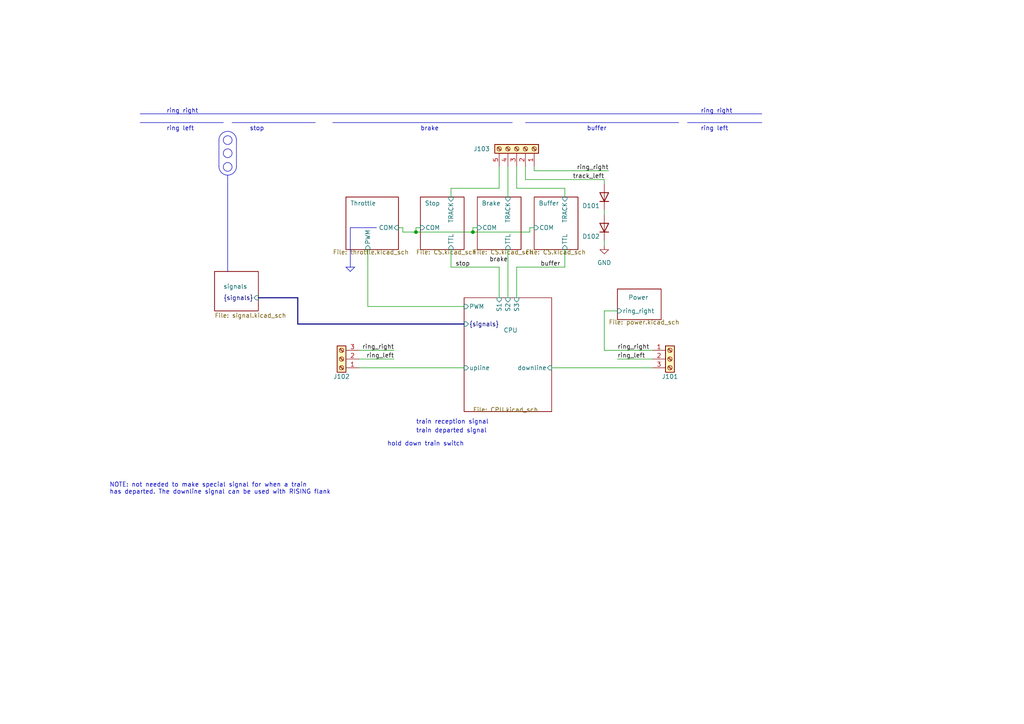
<source format=kicad_sch>
(kicad_sch (version 20230121) (generator eeschema)
  (paper "A4")
  (lib_symbols
    (symbol "Connector:Screw_Terminal_01x03" (pin_names (offset 1.016) hide)
      (property "Reference" "J" (at 0 5.08 0))
      (property "Value" "Screw_Terminal_01x03" (at 0 -5.08 0))
      (symbol "Screw_Terminal_01x03_1_1"
        (rectangle (start -1.27 3.81) (end 1.27 -3.81) (stroke (width 0.254)) (fill (type background)))
        (circle (center 0 -2.54) (radius 0.635) (stroke (width 0.1524)))
        (polyline (pts (xy -0.5334 -2.2098) (xy 0.3302 -3.048)) (stroke (width 0.1524)))
        (polyline (pts (xy -0.5334 0.3302) (xy 0.3302 -0.508)) (stroke (width 0.1524)))
        (polyline (pts (xy -0.5334 2.8702) (xy 0.3302 2.032)) (stroke (width 0.1524)))
        (polyline (pts (xy -0.3556 -2.032) (xy 0.508 -2.8702)) (stroke (width 0.1524)))
        (polyline (pts (xy -0.3556 0.508) (xy 0.508 -0.3302)) (stroke (width 0.1524)))
        (polyline (pts (xy -0.3556 3.048) (xy 0.508 2.2098)) (stroke (width 0.1524)))
        (circle (center 0 0) (radius 0.635) (stroke (width 0.1524)))
        (circle (center 0 2.54) (radius 0.635) (stroke (width 0.1524)))
        (pin passive line (at -5.08 2.54 0) (length 3.81) (name "Pin_1") (number "1"))
        (pin passive line (at -5.08 0 0) (length 3.81) (name "Pin_2") (number "2"))
        (pin passive line (at -5.08 -2.54 0) (length 3.81) (name "Pin_3") (number "3"))
      )
    )
    (symbol "Connector:Screw_Terminal_01x05" (pin_names (offset 1.016) hide)
      (property "Reference" "J" (at 0 7.62 0))
      (property "Value" "Screw_Terminal_01x05" (at 0 -7.62 0))
      (symbol "Screw_Terminal_01x05_1_1"
        (rectangle (start -1.27 6.35) (end 1.27 -6.35) (stroke (width 0.254)) (fill (type background)))
        (circle (center 0 -5.08) (radius 0.635) (stroke (width 0.1524)))
        (circle (center 0 -2.54) (radius 0.635) (stroke (width 0.1524)))
        (polyline (pts (xy -0.5334 -4.7498) (xy 0.3302 -5.588)) (stroke (width 0.1524)))
        (polyline (pts (xy -0.5334 -2.2098) (xy 0.3302 -3.048)) (stroke (width 0.1524)))
        (polyline (pts (xy -0.5334 0.3302) (xy 0.3302 -0.508)) (stroke (width 0.1524)))
        (polyline (pts (xy -0.5334 2.8702) (xy 0.3302 2.032)) (stroke (width 0.1524)))
        (polyline (pts (xy -0.5334 5.4102) (xy 0.3302 4.572)) (stroke (width 0.1524)))
        (polyline (pts (xy -0.3556 -4.572) (xy 0.508 -5.4102)) (stroke (width 0.1524)))
        (polyline (pts (xy -0.3556 -2.032) (xy 0.508 -2.8702)) (stroke (width 0.1524)))
        (polyline (pts (xy -0.3556 0.508) (xy 0.508 -0.3302)) (stroke (width 0.1524)))
        (polyline (pts (xy -0.3556 3.048) (xy 0.508 2.2098)) (stroke (width 0.1524)))
        (polyline (pts (xy -0.3556 5.588) (xy 0.508 4.7498)) (stroke (width 0.1524)))
        (circle (center 0 0) (radius 0.635) (stroke (width 0.1524)))
        (circle (center 0 2.54) (radius 0.635) (stroke (width 0.1524)))
        (circle (center 0 5.08) (radius 0.635) (stroke (width 0.1524)))
        (pin passive line (at -5.08 5.08 0) (length 3.81) (name "Pin_1") (number "1"))
        (pin passive line (at -5.08 2.54 0) (length 3.81) (name "Pin_2") (number "2"))
        (pin passive line (at -5.08 0 0) (length 3.81) (name "Pin_3") (number "3"))
        (pin passive line (at -5.08 -2.54 0) (length 3.81) (name "Pin_4") (number "4"))
        (pin passive line (at -5.08 -5.08 0) (length 3.81) (name "Pin_5") (number "5"))
      )
    )
    (symbol "GND_1" (power) (pin_names (offset 0))
      (property "Value" "GND_1" (at 0 -3.81 0))
      (symbol "GND_1_0_1"
        (polyline (pts (xy 0 0) (xy 0 -1.27) (xy 1.27 -1.27) (xy 0 -2.54) (xy -1.27 -1.27) (xy 0 -1.27)))
      )
      (symbol "GND_1_1_1"
        (pin power_in line (at 0 0 270) (length 0) hide (name "GND") (number "1"))
      )
    )
    (symbol "custom_kicad_lib_sk:SS53" (pin_numbers hide) (pin_names (offset 1.016) hide)
      (property "Reference" "D" (at 0 2.54 0))
      (property "Value" "SS53" (at 0 -1.27 0))
      (symbol "SS53_0_1"
        (polyline (pts (xy -1.27 2.54) (xy -1.27 0)) (stroke (width 0.254)))
        (polyline (pts (xy 1.27 1.27) (xy -1.27 1.27)))
        (polyline (pts (xy 1.27 2.54) (xy 1.27 0) (xy -1.27 1.27) (xy 1.27 2.54)) (stroke (width 0.254)))
      )
      (symbol "SS53_1_1"
        (pin passive line (at -3.81 1.27 0) (length 2.54) (name "K") (number "1"))
        (pin passive line (at 3.81 1.27 180) (length 2.54) (name "A") (number "2"))
      )
    )
  )
  (junction (at 137.16 67.31))
  (junction (at 120.65 67.31))
  (polyline (pts (xy 96.52 35.56) (xy 148.59 35.56)))
  (wire (pts (xy 144.78 77.47) (xy 144.78 86.36)))
  (wire (pts (xy 137.16 67.31) (xy 153.67 67.31)))
  (wire (pts (xy 154.94 49.53) (xy 154.94 48.26)))
  (wire (pts (xy 130.81 72.39) (xy 130.81 77.47)))
  (wire (pts (xy 120.65 67.31) (xy 137.16 67.31)))
  (wire (pts (xy 152.4 48.26) (xy 152.4 52.07)))
  (wire (pts (xy 116.84 67.31) (xy 120.65 67.31)))
  (wire (pts (xy 147.32 48.26) (xy 147.32 57.15)))
  (polyline (pts (xy 152.4 35.56) (xy 196.85 35.56)))
  (wire (pts (xy 137.16 67.31) (xy 137.16 66.04)))
  (polyline (pts (xy 101.6 78.74) (xy 100.33 77.47)))
  (wire (pts (xy 114.3 101.6) (xy 104.14 101.6)))
  (wire (pts (xy 104.14 106.68) (xy 134.62 106.68)))
  (bus (pts (xy 134.62 93.98) (xy 86.36 93.98)))
  (wire (pts (xy 163.83 54.61) (xy 163.83 57.15)))
  (wire (pts (xy 175.26 69.85) (xy 175.26 71.12)))
  (wire (pts (xy 130.81 77.47) (xy 144.78 77.47)))
  (polyline (pts (xy 101.6 66.04) (xy 101.6 77.47)))
  (wire (pts (xy 179.07 104.14) (xy 189.23 104.14)))
  (wire (pts (xy 153.67 66.04) (xy 153.67 67.31)))
  (polyline (pts (xy 107.95 66.04) (xy 109.22 66.04)))
  (wire (pts (xy 153.67 66.04) (xy 154.94 66.04)))
  (bus (pts (xy 86.36 93.98) (xy 86.36 86.36)))
  (polyline (pts (xy 40.64 35.56) (xy 64.77 35.56)))
  (wire (pts (xy 175.26 60.96) (xy 175.26 62.23)))
  (wire (pts (xy 106.68 72.39) (xy 106.68 88.9)))
  (wire (pts (xy 175.26 90.17) (xy 179.07 90.17)))
  (wire (pts (xy 149.86 77.47) (xy 149.86 86.36)))
  (wire (pts (xy 175.26 101.6) (xy 189.23 101.6)))
  (wire (pts (xy 189.23 106.68) (xy 160.02 106.68)))
  (wire (pts (xy 130.81 54.61) (xy 130.81 57.15)))
  (polyline (pts (xy 101.6 78.74) (xy 102.87 77.47)))
  (polyline (pts (xy 67.31 35.56) (xy 91.44 35.56)))
  (wire (pts (xy 149.86 48.26) (xy 149.86 54.61)))
  (bus (pts (xy 86.36 86.36) (xy 74.93 86.36)))
  (wire (pts (xy 106.68 88.9) (xy 134.62 88.9)))
  (wire (pts (xy 144.78 54.61) (xy 144.78 48.26)))
  (wire (pts (xy 175.26 52.07) (xy 175.26 53.34)))
  (polyline (pts (xy 107.95 66.04) (xy 101.6 66.04)))
  (wire (pts (xy 163.83 72.39) (xy 163.83 77.47)))
  (wire (pts (xy 137.16 66.04) (xy 138.43 66.04)))
  (polyline (pts (xy 66.04 50.8) (xy 66.04 78.74)))
  (wire (pts (xy 121.92 66.04) (xy 120.65 66.04)))
  (wire (pts (xy 114.3 104.14) (xy 104.14 104.14)))
  (polyline (pts (xy 68.58 40.64) (xy 68.58 48.26)))
  (wire (pts (xy 144.78 54.61) (xy 130.81 54.61)))
  (wire (pts (xy 152.4 52.07) (xy 175.26 52.07)))
  (polyline (pts (xy 199.39 35.56) (xy 220.98 35.56)))
  (wire (pts (xy 147.32 72.39) (xy 147.32 86.36)))
  (wire (pts (xy 149.86 77.47) (xy 163.83 77.47)))
  (polyline (pts (xy 100.33 77.47) (xy 102.87 77.47)))
  (wire (pts (xy 116.84 66.04) (xy 116.84 67.31)))
  (wire (pts (xy 154.94 49.53) (xy 176.53 49.53)))
  (wire (pts (xy 149.86 54.61) (xy 163.83 54.61)))
  (wire (pts (xy 120.65 66.04) (xy 120.65 67.31)))
  (wire (pts (xy 115.57 66.04) (xy 116.84 66.04)))
  (polyline (pts (xy 40.64 33.02) (xy 220.98 33.02)))
  (wire (pts (xy 175.26 101.6) (xy 175.26 90.17)))
  (polyline (pts (xy 63.5 40.64) (xy 63.5 48.26)))
  (arc (start 68.58 48.26) (mid 67.8361 50.0561) (end 66.04 50.8))
  (arc (start 63.5 40.64) (mid 64.2439 38.8439) (end 66.04 38.1))
  (circle (center 66.04 44.45) (radius 1.27))
  (arc (start 66.04 38.1) (mid 67.8361 38.8439) (end 68.58 40.64))
  (circle (center 66.04 40.64) (radius 1.27))
  (circle (center 66.033 48.4094) (radius 1.27))
  (arc (start 66.04 50.8) (mid 64.2439 50.0561) (end 63.5 48.26))
  (text "NOTE: not needed to make special signal for when a train\nhas departed. The downline signal can be used with RISING flank" (at 31.75 143.51 0) (effects (font (size 1.27 1.27)) (justify left bottom)))
  (text "brake" (at 121.92 38.1 0) (effects (font (size 1.27 1.27)) (justify left bottom)))
  (text "ring left" (at 203.2 38.1 0) (effects (font (size 1.27 1.27)) (justify left bottom)))
  (text "stop" (at 72.39 38.1 0) (effects (font (size 1.27 1.27)) (justify left bottom)))
  (text "train departed signal" (at 120.65 125.73 0) (effects (font (size 1.27 1.27)) (justify left bottom)))
  (text "ring left" (at 48.26 38.1 0) (effects (font (size 1.27 1.27)) (justify left bottom)))
  (text "ring right\n" (at 203.2 33.02 0) (effects (font (size 1.27 1.27)) (justify left bottom)))
  (text "ring right\n" (at 48.26 33.02 0) (effects (font (size 1.27 1.27)) (justify left bottom)))
  (text "train reception signal" (at 120.65 123.19 0) (effects (font (size 1.27 1.27)) (justify left bottom)))
  (text "buffer\n" (at 170.18 38.1 0) (effects (font (size 1.27 1.27)) (justify left bottom)))
  (text "hold down train switch" (at 134.62 129.54 0) (effects (font (size 1.27 1.27)) (justify right bottom)))
  (label "buffer" (at 162.56 77.47 180))
  (label "ring_right" (at 176.53 49.53 180))
  (label "brake" (at 147.32 76.2 180))
  (label "stop" (at 132.08 77.47 0))
  (label "track_left" (at 175.26 52.07 180))
  (label "ring_right" (at 179.07 101.6 0))
  (label "ring_right" (at 114.3 101.6 180))
  (label "ring_left" (at 179.07 104.14 0))
  (label "ring_left" (at 114.3 104.14 180))
  (symbol (lib_name "GND_1") (lib_id "power:GND") (at 175.26 71.12 0) (unit 1)
    (property "Reference" "#PWR0103" (effects hide))
    (property "Value" "GND" (at 175.26 76.2 0))
  )
  (symbol (lib_id "custom_kicad_lib_sk:SS53") (at 176.53 57.15 90) (unit 1)
    (property "Reference" "D101" (at 173.99 59.69 90) (effects (justify left)))
    (property "Value" "SS53" (effects hide))
    (property "Footprint" "Diode_SMD:D_SMA" (effects hide))
    (property "Sim.Device" "D" (effects hide))
    (property "Sim.Pins" "1=K 2=A" (effects hide))
    (property "JLCPCB Part#" "C8678" (effects hide))
  )
  (symbol (lib_id "Connector:Screw_Terminal_01x03") (at 99.06 104.14 180) (unit 1)
    (property "Reference" "J102" (at 99.06 109.22 0))
    (property "Value" "Screw_Terminal_01x04" (effects hide))
    (property "Footprint" "Connector_Phoenix_MC:PhoenixContact_MC_1,5_3-G-3.5_1x03_P3.50mm_Horizontal" (effects hide))
  )
  (symbol (lib_id "Connector:Screw_Terminal_01x05") (at 149.86 43.18 270) (mirror x) (unit 1)
    (property "Reference" "J103" (at 139.7 43.18 90))
    (property "Value" "Screw_Terminal_01x04" (effects hide))
    (property "Footprint" "Connector_Phoenix_MC:PhoenixContact_MC_1,5_5-G-3.5_1x05_P3.50mm_Horizontal" (effects hide))
  )
  (symbol (lib_id "Connector:Screw_Terminal_01x03") (at 194.31 104.14 0) (unit 1)
    (property "Reference" "J101" (at 194.31 109.22 0))
    (property "Value" "Screw_Terminal_01x04" (effects hide))
    (property "Footprint" "Connector_Phoenix_MC:PhoenixContact_MC_1,5_3-G-3.5_1x03_P3.50mm_Horizontal" (effects hide))
  )
  (symbol (lib_id "custom_kicad_lib_sk:SS53") (at 176.53 66.04 90) (unit 1)
    (property "Reference" "D102" (at 173.99 68.58 90) (effects (justify left)))
    (property "Value" "SS53" (effects hide))
    (property "Footprint" "Diode_SMD:D_SMA" (effects hide))
    (property "Sim.Device" "D" (effects hide))
    (property "Sim.Pins" "1=K 2=A" (effects hide))
    (property "JLCPCB Part#" "C8678" (effects hide))
  )
  (sheet (at 138.43 57.15) (size 12.7 15.24) (stroke (width 0.1524))
    (property "Sheetname" "Brake" (at 139.7 59.69 0) (effects (justify left bottom)))
    (property "Sheetfile" "CS.kicad_sch" (at 137.16 72.39 0) (effects (justify left top)))
    (pin "TTL" input (at 147.32 72.39 270))
    (pin "TRACK" input (at 147.32 57.15 90))
    (pin "COM" input (at 138.43 66.04 180))
  )
  (sheet (at 62.23 78.74) (size 12.7 11.43) (stroke (width 0.1524))
    (property "Sheetname" "signals" (at 64.77 83.82 0) (effects (justify left bottom)))
    (property "Sheetfile" "signal.kicad_sch" (at 62.23 90.7546 0) (effects (justify left top)))
    (pin "{signals}" input (at 74.93 86.36 0))
  )
  (sheet (at 100.33 57.15) (size 15.24 15.24) (stroke (width 0.1524))
    (property "Sheetname" "Throttle" (at 101.6 59.69 0) (effects (justify left bottom)))
    (property "Sheetfile" "throttle.kicad_sch" (at 96.52 72.39 0) (effects (justify left top)))
    (pin "COM" input (at 115.57 66.04 0))
    (pin "PWM" input (at 106.68 72.39 270))
  )
  (sheet (at 134.62 86.36) (size 25.4 33.02) (stroke (width 0.1524))
    (property "Sheetname" "CPU" (at 146.05 96.52 0) (effects (justify left bottom)))
    (property "Sheetfile" "CPU.kicad_sch" (at 137.16 118.11 0) (effects (justify left top)))
    (pin "S1" input (at 144.78 86.36 90))
    (pin "S2" input (at 147.32 86.36 90))
    (pin "{signals}" input (at 134.62 93.98 180))
    (pin "upline" input (at 134.62 106.68 180))
    (pin "downline" input (at 160.02 106.68 0))
    (pin "S3" input (at 149.86 86.36 90))
    (pin "PWM" input (at 134.62 88.9 180))
  )
  (sheet (at 154.94 57.15) (size 12.7 15.24) (stroke (width 0.1524))
    (property "Sheetname" "Buffer" (at 156.21 59.69 0) (effects (justify left bottom)))
    (property "Sheetfile" "CS.kicad_sch" (at 152.4 72.39 0) (effects (justify left top)))
    (pin "TTL" input (at 163.83 72.39 270))
    (pin "TRACK" input (at 163.83 57.15 90))
    (pin "COM" input (at 154.94 66.04 180))
  )
  (sheet (at 121.92 57.15) (size 12.7 15.24) (stroke (width 0.1524))
    (property "Sheetname" "Stop" (at 123.19 59.69 0) (effects (justify left bottom)))
    (property "Sheetfile" "CS.kicad_sch" (at 120.65 72.39 0) (effects (justify left top)))
    (pin "TTL" input (at 130.81 72.39 270))
    (pin "TRACK" input (at 130.81 57.15 90))
    (pin "COM" input (at 121.92 66.04 180))
  )
  (sheet (at 179.07 83.82) (size 12.7 8.89) (stroke (width 0.1524))
    (property "Sheetname" "Power" (at 182.245 86.995 0) (effects (justify left bottom)))
    (property "Sheetfile" "power.kicad_sch" (at 176.53 92.71 0) (effects (justify left top)))
    (pin "ring_right" input (at 179.07 90.17 180))
  )
)
</source>
